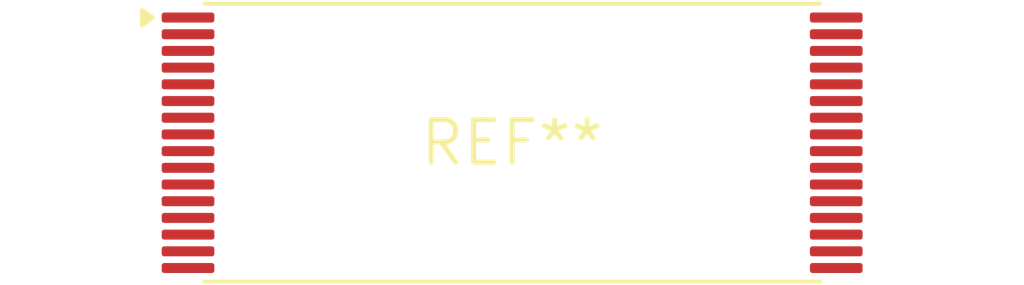
<source format=kicad_pcb>
(kicad_pcb (version 20240108) (generator pcbnew)
  (layers (0 "F.Cu" signal) (31 "B.Cu" signal) (34 "B.Paste" user) (35 "F.Paste" user) (36 "B.SilkS" user "B.Silkscreen") (37 "F.SilkS" user "F.Silkscreen") (38 "B.Mask" user) (39 "F.Mask" user) (44 "Edge.Cuts" user))
  (net 0 "")
  (footprint "TSOP-I-32_18.4x8mm_P0.5mm" (layer "F.Cu") (at 0 0)
    (property "Reference" "REF**")
    (property "Value" "TSOP-I-32_18.4x8mm_P0.5mm")
    (fp_line (start 0 -4.16) (end -9.2 -4.16) (layer "F.SilkS") (stroke (width 0.12)))
    (fp_line (start 0 -4.16) (end 9.2 -4.16) (layer "F.SilkS") (stroke (width 0.12)))
    (fp_line (start 0 4.16) (end -9.2 4.16) (layer "F.SilkS") (stroke (width 0.12)))
    (fp_line (start 0 4.16) (end 9.2 4.16) (layer "F.SilkS") (stroke (width 0.12)))
    (fp_poly (pts (xy -10.735 -3.75) (xy -11.065 -3.99) (xy -11.065 -3.51) (xy -10.735 -3.75)) (layer "F.SilkS") (stroke (width 0.12)) (fill solid))
    (pad "1" smd roundrect (at -9.6875 -3.75) (size 1.575 0.3) (layers "F.Cu" "F.Paste" "F.Mask"))
    (pad "2" smd roundrect (at -9.6875 -3.25) (size 1.575 0.3) (layers "F.Cu" "F.Paste" "F.Mask"))
    (pad "3" smd roundrect (at -9.6875 -2.75) (size 1.575 0.3) (layers "F.Cu" "F.Paste" "F.Mask"))
    (pad "4" smd roundrect (at -9.6875 -2.25) (size 1.575 0.3) (layers "F.Cu" "F.Paste" "F.Mask"))
    (pad "5" smd roundrect (at -9.6875 -1.75) (size 1.575 0.3) (layers "F.Cu" "F.Paste" "F.Mask"))
    (pad "6" smd roundrect (at -9.6875 -1.25) (size 1.575 0.3) (layers "F.Cu" "F.Paste" "F.Mask"))
    (pad "7" smd roundrect (at -9.6875 -0.75) (size 1.575 0.3) (layers "F.Cu" "F.Paste" "F.Mask"))
    (pad "8" smd roundrect (at -9.6875 -0.25) (size 1.575 0.3) (layers "F.Cu" "F.Paste" "F.Mask"))
    (pad "9" smd roundrect (at -9.6875 0.25) (size 1.575 0.3) (layers "F.Cu" "F.Paste" "F.Mask"))
    (pad "10" smd roundrect (at -9.6875 0.75) (size 1.575 0.3) (layers "F.Cu" "F.Paste" "F.Mask"))
    (pad "11" smd roundrect (at -9.6875 1.25) (size 1.575 0.3) (layers "F.Cu" "F.Paste" "F.Mask"))
    (pad "12" smd roundrect (at -9.6875 1.75) (size 1.575 0.3) (layers "F.Cu" "F.Paste" "F.Mask"))
    (pad "13" smd roundrect (at -9.6875 2.25) (size 1.575 0.3) (layers "F.Cu" "F.Paste" "F.Mask"))
    (pad "14" smd roundrect (at -9.6875 2.75) (size 1.575 0.3) (layers "F.Cu" "F.Paste" "F.Mask"))
    (pad "15" smd roundrect (at -9.6875 3.25) (size 1.575 0.3) (layers "F.Cu" "F.Paste" "F.Mask"))
    (pad "16" smd roundrect (at -9.6875 3.75) (size 1.575 0.3) (layers "F.Cu" "F.Paste" "F.Mask"))
    (pad "17" smd roundrect (at 9.6875 3.75) (size 1.575 0.3) (layers "F.Cu" "F.Paste" "F.Mask"))
    (pad "18" smd roundrect (at 9.6875 3.25) (size 1.575 0.3) (layers "F.Cu" "F.Paste" "F.Mask"))
    (pad "19" smd roundrect (at 9.6875 2.75) (size 1.575 0.3) (layers "F.Cu" "F.Paste" "F.Mask"))
    (pad "20" smd roundrect (at 9.6875 2.25) (size 1.575 0.3) (layers "F.Cu" "F.Paste" "F.Mask"))
    (pad "21" smd roundrect (at 9.6875 1.75) (size 1.575 0.3) (layers "F.Cu" "F.Paste" "F.Mask"))
    (pad "22" smd roundrect (at 9.6875 1.25) (size 1.575 0.3) (layers "F.Cu" "F.Paste" "F.Mask"))
    (pad "23" smd roundrect (at 9.6875 0.75) (size 1.575 0.3) (layers "F.Cu" "F.Paste" "F.Mask"))
    (pad "24" smd roundrect (at 9.6875 0.25) (size 1.575 0.3) (layers "F.Cu" "F.Paste" "F.Mask"))
    (pad "25" smd roundrect (at 9.6875 -0.25) (size 1.575 0.3) (layers "F.Cu" "F.Paste" "F.Mask"))
    (pad "26" smd roundrect (at 9.6875 -0.75) (size 1.575 0.3) (layers "F.Cu" "F.Paste" "F.Mask"))
    (pad "27" smd roundrect (at 9.6875 -1.25) (size 1.575 0.3) (layers "F.Cu" "F.Paste" "F.Mask"))
    (pad "28" smd roundrect (at 9.6875 -1.75) (size 1.575 0.3) (layers "F.Cu" "F.Paste" "F.Mask"))
    (pad "29" smd roundrect (at 9.6875 -2.25) (size 1.575 0.3) (layers "F.Cu" "F.Paste" "F.Mask"))
    (pad "30" smd roundrect (at 9.6875 -2.75) (size 1.575 0.3) (layers "F.Cu" "F.Paste" "F.Mask"))
    (pad "31" smd roundrect (at 9.6875 -3.25) (size 1.575 0.3) (layers "F.Cu" "F.Paste" "F.Mask"))
    (pad "32" smd roundrect (at 9.6875 -3.75) (size 1.575 0.3) (layers "F.Cu" "F.Paste" "F.Mask"))
  )
)
</source>
